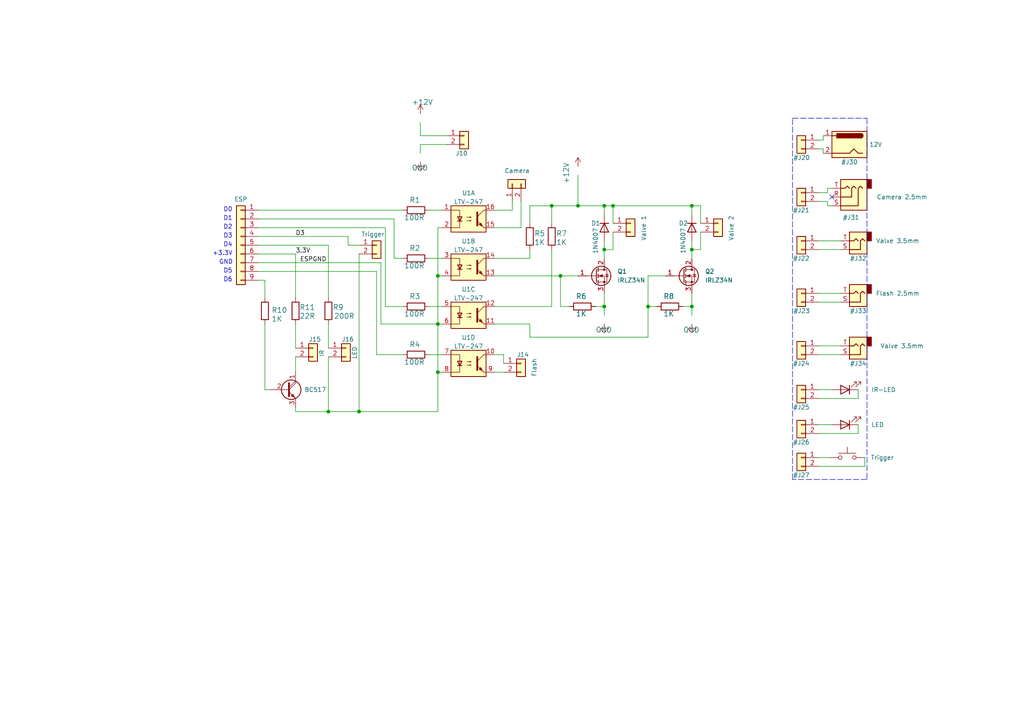
<source format=kicad_sch>
(kicad_sch (version 20211123) (generator eeschema)
  (paper "A4")
  (title_block (title "Camera Trigger") (company "@grumpydevelop@contentnation.net"))
  (lib_symbols
    (symbol "Connector:AudioJack2"
      (property "Reference" "J" (at 0 8.89 0))
      (property "Value" "AudioJack2" (at 0 6.35 0))
      (symbol "AudioJack2_0_1"
        (rectangle (start -3.81 0) (end -2.54 -2.54) (stroke (width 0.254)) (fill (type outline)))
        (rectangle (start -2.54 3.81) (end 2.54 -2.54) (stroke (width 0.254)) (fill (type background)))
        (polyline (pts (xy 0 0) (xy 0.635 -0.635) (xy 1.27 0) (xy 2.54 0)) (stroke (width 0.254)))
        (polyline (pts (xy 2.54 2.54) (xy -0.635 2.54) (xy -0.635 0) (xy -1.27 -0.635) (xy -1.905 0)) (stroke (width 0.254)))
      )
      (symbol "AudioJack2_1_1"
        (pin passive line (at 5.08 2.54 180) (length 2.54) (name "~") (number "S"))
        (pin passive line (at 5.08 0 180) (length 2.54) (name "~") (number "T"))
      )
    )
    (symbol "Connector:AudioJack3"
      (property "Reference" "J" (at 0 8.89 0))
      (property "Value" "AudioJack3" (at 0 6.35 0))
      (symbol "AudioJack3_0_1"
        (rectangle (start -5.08 -5.08) (end -6.35 -2.54) (stroke (width 0.254)) (fill (type outline)))
        (polyline (pts (xy 0 -2.54) (xy 0.635 -3.175) (xy 1.27 -2.54) (xy 2.54 -2.54)) (stroke (width 0.254)))
        (polyline (pts (xy -1.905 -2.54) (xy -1.27 -3.175) (xy -0.635 -2.54) (xy -0.635 0) (xy 2.54 0)) (stroke (width 0.254)))
        (polyline (pts (xy 2.54 2.54) (xy -2.54 2.54) (xy -2.54 -2.54) (xy -3.175 -3.175) (xy -3.81 -2.54)) (stroke (width 0.254)))
        (rectangle (start 2.54 3.81) (end -5.08 -5.08) (stroke (width 0.254)) (fill (type background)))
      )
      (symbol "AudioJack3_1_1"
        (pin passive line (at 5.08 0 180) (length 2.54) (name "~") (number "R"))
        (pin passive line (at 5.08 2.54 180) (length 2.54) (name "~") (number "S"))
        (pin passive line (at 5.08 -2.54 180) (length 2.54) (name "~") (number "T"))
      )
    )
    (symbol "Connector:Barrel_Jack" (pin_names (offset 1.016))
      (property "Reference" "J" (at 0 5.334 0))
      (property "Value" "Barrel_Jack" (at 0 -5.08 0))
      (symbol "Barrel_Jack_0_1"
        (rectangle (start -5.08 3.81) (end 5.08 -3.81) (stroke (width 0.254)) (fill (type background)))
        (arc (start -3.302 3.175) (mid -3.937 2.54) (end -3.302 1.905) (stroke (width 0.254)))
        (arc (start -3.302 3.175) (mid -3.937 2.54) (end -3.302 1.905) (stroke (width 0.254)) (fill (type outline)))
        (polyline (pts (xy 5.08 2.54) (xy 3.81 2.54)) (stroke (width 0.254)))
        (polyline (pts (xy -3.81 -2.54) (xy -2.54 -2.54) (xy -1.27 -1.27) (xy 0 -2.54) (xy 2.54 -2.54) (xy 5.08 -2.54)) (stroke (width 0.254)))
        (rectangle (start 3.683 3.175) (end -3.302 1.905) (stroke (width 0.254)) (fill (type outline)))
      )
      (symbol "Barrel_Jack_1_1"
        (pin passive line (at 7.62 2.54 180) (length 2.54) (name "~") (number "1"))
        (pin passive line (at 7.62 -2.54 180) (length 2.54) (name "~") (number "2"))
      )
    )
    (symbol "Connector_Generic:Conn_01x02" (pin_names (offset 1.016) hide)
      (property "Reference" "J" (at 0 2.54 0))
      (property "Value" "Conn_01x02" (at 0 -5.08 0))
      (symbol "Conn_01x02_1_1"
        (rectangle (start -1.27 -2.413) (end 0 -2.667) (stroke (width 0.1524)))
        (rectangle (start -1.27 0.127) (end 0 -0.127) (stroke (width 0.1524)))
        (rectangle (start -1.27 1.27) (end 1.27 -3.81) (stroke (width 0.254)) (fill (type background)))
        (pin passive line (at -5.08 0 0) (length 3.81) (name "Pin_1") (number "1"))
        (pin passive line (at -5.08 -2.54 0) (length 3.81) (name "Pin_2") (number "2"))
      )
    )
    (symbol "Connector_Generic:Conn_01x09" (pin_names (offset 1.016) hide)
      (property "Reference" "J" (at 0 12.7 0))
      (property "Value" "Conn_01x09" (at 0 -12.7 0))
      (symbol "Conn_01x09_1_1"
        (rectangle (start -1.27 -10.033) (end 0 -10.287) (stroke (width 0.1524)))
        (rectangle (start -1.27 -7.493) (end 0 -7.747) (stroke (width 0.1524)))
        (rectangle (start -1.27 -4.953) (end 0 -5.207) (stroke (width 0.1524)))
        (rectangle (start -1.27 -2.413) (end 0 -2.667) (stroke (width 0.1524)))
        (rectangle (start -1.27 0.127) (end 0 -0.127) (stroke (width 0.1524)))
        (rectangle (start -1.27 2.667) (end 0 2.413) (stroke (width 0.1524)))
        (rectangle (start -1.27 5.207) (end 0 4.953) (stroke (width 0.1524)))
        (rectangle (start -1.27 7.747) (end 0 7.493) (stroke (width 0.1524)))
        (rectangle (start -1.27 10.287) (end 0 10.033) (stroke (width 0.1524)))
        (rectangle (start -1.27 11.43) (end 1.27 -11.43) (stroke (width 0.254)) (fill (type background)))
        (pin passive line (at -5.08 10.16 0) (length 3.81) (name "Pin_1") (number "1"))
        (pin passive line (at -5.08 7.62 0) (length 3.81) (name "Pin_2") (number "2"))
        (pin passive line (at -5.08 5.08 0) (length 3.81) (name "Pin_3") (number "3"))
        (pin passive line (at -5.08 2.54 0) (length 3.81) (name "Pin_4") (number "4"))
        (pin passive line (at -5.08 0 0) (length 3.81) (name "Pin_5") (number "5"))
        (pin passive line (at -5.08 -2.54 0) (length 3.81) (name "Pin_6") (number "6"))
        (pin passive line (at -5.08 -5.08 0) (length 3.81) (name "Pin_7") (number "7"))
        (pin passive line (at -5.08 -7.62 0) (length 3.81) (name "Pin_8") (number "8"))
        (pin passive line (at -5.08 -10.16 0) (length 3.81) (name "Pin_9") (number "9"))
      )
    )
    (symbol "Device:LED" (pin_numbers hide) (pin_names (offset 1.016) hide)
      (property "Reference" "D" (at 0 2.54 0))
      (property "Value" "LED" (at 0 -2.54 0))
      (symbol "LED_0_1"
        (polyline (pts (xy -1.27 -1.27) (xy -1.27 1.27)) (stroke (width 0.254)))
        (polyline (pts (xy -1.27 0) (xy 1.27 0)))
        (polyline (pts (xy 1.27 -1.27) (xy 1.27 1.27) (xy -1.27 0) (xy 1.27 -1.27)) (stroke (width 0.254)))
        (polyline (pts (xy -3.048 -0.762) (xy -4.572 -2.286) (xy -3.81 -2.286) (xy -4.572 -2.286) (xy -4.572 -1.524)))
        (polyline (pts (xy -1.778 -0.762) (xy -3.302 -2.286) (xy -2.54 -2.286) (xy -3.302 -2.286) (xy -3.302 -1.524)))
      )
      (symbol "LED_1_1"
        (pin passive line (at -3.81 0 0) (length 2.54) (name "K") (number "1"))
        (pin passive line (at 3.81 0 180) (length 2.54) (name "A") (number "2"))
      )
    )
    (symbol "Device:R" (pin_numbers hide) (pin_names (offset 0))
      (property "Reference" "R" (at 2.032 0 90))
      (property "Value" "R" (at 0 0 90))
      (symbol "R_0_1"
        (rectangle (start -1.016 -2.54) (end 1.016 2.54) (stroke (width 0.254)))
      )
      (symbol "R_1_1"
        (pin passive line (at 0 3.81 270) (length 1.27) (name "~") (number "1"))
        (pin passive line (at 0 -3.81 90) (length 1.27) (name "~") (number "2"))
      )
    )
    (symbol "Diode:1N4001" (pin_numbers hide) (pin_names hide)
      (property "Reference" "D" (at 0 2.54 0))
      (property "Value" "1N4001" (at 0 -2.54 0))
      (symbol "1N4001_0_1"
        (polyline (pts (xy -1.27 1.27) (xy -1.27 -1.27)) (stroke (width 0.254)))
        (polyline (pts (xy 1.27 0) (xy -1.27 0)))
        (polyline (pts (xy 1.27 1.27) (xy 1.27 -1.27) (xy -1.27 0) (xy 1.27 1.27)) (stroke (width 0.254)))
      )
      (symbol "1N4001_1_1"
        (pin passive line (at -3.81 0 0) (length 2.54) (name "K") (number "1"))
        (pin passive line (at 3.81 0 180) (length 2.54) (name "A") (number "2"))
      )
    )
    (symbol "Isolator:LTV-247"
      (property "Reference" "U" (at -5.08 5.08 0))
      (property "Value" "LTV-247" (at 0 5.08 0))
      (symbol "LTV-247_0_1"
        (rectangle (start -5.08 3.81) (end 5.08 -3.81) (stroke (width 0.254)) (fill (type background)))
        (polyline (pts (xy -3.175 -0.635) (xy -1.905 -0.635)) (stroke (width 0.254)))
        (polyline (pts (xy 2.54 0.635) (xy 4.445 2.54)))
        (polyline (pts (xy 4.445 -2.54) (xy 2.54 -0.635)) (fill (type outline)))
        (polyline (pts (xy 4.445 -2.54) (xy 5.08 -2.54)))
        (polyline (pts (xy 4.445 2.54) (xy 5.08 2.54)))
        (polyline (pts (xy -2.54 -0.635) (xy -2.54 -2.54) (xy -5.08 -2.54)))
        (polyline (pts (xy 2.54 1.905) (xy 2.54 -1.905) (xy 2.54 -1.905)) (stroke (width 0.508)))
        (polyline (pts (xy -5.08 2.54) (xy -2.54 2.54) (xy -2.54 -1.27) (xy -2.54 0.635)))
        (polyline (pts (xy -2.54 -0.635) (xy -3.175 0.635) (xy -1.905 0.635) (xy -2.54 -0.635)) (stroke (width 0.254)))
        (polyline (pts (xy -0.508 -0.508) (xy 0.762 -0.508) (xy 0.381 -0.635) (xy 0.381 -0.381) (xy 0.762 -0.508)))
        (polyline (pts (xy -0.508 0.508) (xy 0.762 0.508) (xy 0.381 0.381) (xy 0.381 0.635) (xy 0.762 0.508)))
        (polyline (pts (xy 3.048 -1.651) (xy 3.556 -1.143) (xy 4.064 -2.159) (xy 3.048 -1.651) (xy 3.048 -1.651)) (fill (type outline)))
      )
      (symbol "LTV-247_1_1"
        (pin passive line (at -7.62 2.54 0) (length 2.54) (name "~") (number "1"))
        (pin passive line (at 7.62 -2.54 180) (length 2.54) (name "~") (number "15"))
        (pin passive line (at 7.62 2.54 180) (length 2.54) (name "~") (number "16"))
        (pin passive line (at -7.62 -2.54 0) (length 2.54) (name "~") (number "2"))
      )
      (symbol "LTV-247_2_1"
        (pin passive line (at 7.62 -2.54 180) (length 2.54) (name "~") (number "13"))
        (pin passive line (at 7.62 2.54 180) (length 2.54) (name "~") (number "14"))
        (pin passive line (at -7.62 2.54 0) (length 2.54) (name "~") (number "3"))
        (pin passive line (at -7.62 -2.54 0) (length 2.54) (name "~") (number "4"))
      )
      (symbol "LTV-247_3_1"
        (pin passive line (at 7.62 -2.54 180) (length 2.54) (name "~") (number "11"))
        (pin passive line (at 7.62 2.54 180) (length 2.54) (name "~") (number "12"))
        (pin passive line (at -7.62 2.54 0) (length 2.54) (name "~") (number "5"))
        (pin passive line (at -7.62 -2.54 0) (length 2.54) (name "~") (number "6"))
      )
      (symbol "LTV-247_4_1"
        (pin passive line (at 7.62 2.54 180) (length 2.54) (name "~") (number "10"))
        (pin passive line (at -7.62 2.54 0) (length 2.54) (name "~") (number "7"))
        (pin passive line (at -7.62 -2.54 0) (length 2.54) (name "~") (number "8"))
        (pin passive line (at 7.62 -2.54 180) (length 2.54) (name "~") (number "9"))
      )
    )
    (symbol "Switch:SW_Push" (pin_numbers hide) (pin_names (offset 1.016) hide)
      (property "Reference" "SW" (at 1.27 2.54 0))
      (property "Value" "SW_Push" (at 0 -1.524 0))
      (symbol "SW_Push_0_1"
        (circle (center -2.032 0) (radius 0.508))
        (polyline (pts (xy 0 1.27) (xy 0 3.048)))
        (polyline (pts (xy 2.54 1.27) (xy -2.54 1.27)))
        (circle (center 2.032 0) (radius 0.508))
        (pin passive line (at -5.08 0 0) (length 2.54) (name "1") (number "1"))
        (pin passive line (at 5.08 0 180) (length 2.54) (name "2") (number "2"))
      )
    )
    (symbol "Transistor_BJT:BC517" (pin_names (offset 0) hide)
      (property "Reference" "Q" (at 5.08 1.905 0))
      (property "Value" "BC517" (at 5.08 0 0))
      (symbol "BC517_0_1"
        (polyline (pts (xy 0.635 0.635) (xy 2.54 2.54)))
        (polyline (pts (xy 0.635 -0.635) (xy 2.54 -2.54) (xy 2.54 -2.54)))
        (polyline (pts (xy 0.635 0) (xy 2.54 1.905) (xy 2.54 2.54)))
        (polyline (pts (xy 0.635 1.905) (xy 0.635 -1.905) (xy 0.635 -1.905)) (stroke (width 0.508)))
        (polyline (pts (xy 1.27 -1.778) (xy 1.778 -1.27) (xy 2.286 -2.286) (xy 1.27 -1.778) (xy 1.27 -1.778)) (fill (type outline)))
        (circle (center 1.27 0) (radius 2.8194) (stroke (width 0.254)))
      )
      (symbol "BC517_1_1"
        (pin passive line (at 2.54 5.08 270) (length 2.54) (name "C") (number "1"))
        (pin input line (at -5.08 0 0) (length 5.715) (name "B") (number "2"))
        (pin passive line (at 2.54 -5.08 90) (length 2.54) (name "E") (number "3"))
      )
    )
    (symbol "Transistor_FET:IRLZ34N" (pin_names hide)
      (property "Reference" "Q" (at 6.35 1.905 0))
      (property "Value" "IRLZ34N" (at 6.35 0 0))
      (symbol "IRLZ34N_0_1"
        (polyline (pts (xy 0.254 0) (xy -2.54 0)))
        (polyline (pts (xy 0.254 1.905) (xy 0.254 -1.905)) (stroke (width 0.254)))
        (polyline (pts (xy 0.762 -1.27) (xy 0.762 -2.286)) (stroke (width 0.254)))
        (polyline (pts (xy 0.762 0.508) (xy 0.762 -0.508)) (stroke (width 0.254)))
        (polyline (pts (xy 0.762 2.286) (xy 0.762 1.27)) (stroke (width 0.254)))
        (polyline (pts (xy 2.54 2.54) (xy 2.54 1.778)))
        (polyline (pts (xy 2.54 -2.54) (xy 2.54 0) (xy 0.762 0)))
        (polyline (pts (xy 0.762 -1.778) (xy 3.302 -1.778) (xy 3.302 1.778) (xy 0.762 1.778)))
        (polyline (pts (xy 1.016 0) (xy 2.032 0.381) (xy 2.032 -0.381) (xy 1.016 0)) (fill (type outline)))
        (polyline (pts (xy 2.794 0.508) (xy 2.921 0.381) (xy 3.683 0.381) (xy 3.81 0.254)))
        (polyline (pts (xy 3.302 0.381) (xy 2.921 -0.254) (xy 3.683 -0.254) (xy 3.302 0.381)))
        (circle (center 1.651 0) (radius 2.794) (stroke (width 0.254)))
        (circle (center 2.54 -1.778) (radius 0.254) (fill (type outline)))
        (circle (center 2.54 1.778) (radius 0.254) (fill (type outline)))
      )
      (symbol "IRLZ34N_1_1"
        (pin input line (at -5.08 0 0) (length 2.54) (name "G") (number "1"))
        (pin passive line (at 2.54 5.08 270) (length 2.54) (name "D") (number "2"))
        (pin passive line (at 2.54 -5.08 90) (length 2.54) (name "S") (number "3"))
      )
    )
    (symbol "power:+12V" (power) (pin_names (offset 0))
      (property "Value" "+12V" (at 0 3.556 0))
      (symbol "+12V_0_1"
        (polyline (pts (xy -0.762 1.27) (xy 0 2.54)))
        (polyline (pts (xy 0 0) (xy 0 2.54)))
        (polyline (pts (xy 0 2.54) (xy 0.762 1.27)))
      )
      (symbol "+12V_1_1"
        (pin power_in line (at 0 0 90) (length 0) hide (name "+12V") (number "1"))
      )
    )
    (symbol "power:GND" (power) (pin_names (offset 0))
      (property "Value" "GND" (at 0 -3.81 0))
      (symbol "GND_0_1"
        (polyline (pts (xy 0 0) (xy 0 -1.27) (xy 1.27 -1.27) (xy 0 -2.54) (xy -1.27 -1.27) (xy 0 -1.27)))
      )
      (symbol "GND_1_1"
        (pin power_in line (at 0 0 270) (length 0) hide (name "GND") (number "1"))
      )
    )
  )
  (junction (at 127 80.01))
  (junction (at 200.66 59.69))
  (junction (at 187.96 88.9))
  (junction (at 162.56 80.01))
  (junction (at 127 107.95))
  (junction (at 160.02 59.69))
  (junction (at 200.66 72.39))
  (junction (at 95.25 119.38))
  (junction (at 200.66 88.9))
  (junction (at 127 93.98))
  (junction (at 175.26 72.39))
  (junction (at 104.14 119.38))
  (junction (at 167.64 59.69))
  (junction (at 175.26 88.9))
  (junction (at 175.26 59.69))
  (junction (at 177.8 59.69))
  (no_connect (at 241.3 57.15))
  (wire (pts (xy 100.965 71.12) (xy 104.14 71.12)))
  (wire (pts (xy 114.3 74.93) (xy 116.84 74.93)))
  (polyline (pts (xy 251.46 34.29) (xy 251.46 139.065)))
  (wire (pts (xy 127 107.95) (xy 127 93.98)))
  (wire (pts (xy 200.66 88.9) (xy 198.12 88.9)))
  (wire (pts (xy 237.49 40.64) (xy 238.76 40.64)))
  (wire (pts (xy 240.03 55.88) (xy 240.03 54.61)))
  (wire (pts (xy 238.76 44.45) (xy 238.76 43.18)))
  (wire (pts (xy 143.51 60.96) (xy 148.59 60.96)))
  (wire (pts (xy 203.2 67.31) (xy 203.2 72.39)))
  (wire (pts (xy 129.54 41.91) (xy 121.92 41.91)))
  (wire (pts (xy 153.67 59.69) (xy 160.02 59.69)))
  (wire (pts (xy 237.49 115.57) (xy 248.92 115.57)))
  (wire (pts (xy 250.825 135.255) (xy 237.49 135.255)))
  (wire (pts (xy 187.96 80.01) (xy 193.04 80.01)))
  (wire (pts (xy 127 93.98) (xy 128.27 93.98)))
  (wire (pts (xy 237.49 100.33) (xy 243.84 100.33)))
  (wire (pts (xy 175.26 88.9) (xy 172.72 88.9)))
  (wire (pts (xy 177.8 67.31) (xy 177.8 72.39)))
  (wire (pts (xy 110.49 93.98) (xy 127 93.98)))
  (wire (pts (xy 124.46 74.93) (xy 128.27 74.93)))
  (wire (pts (xy 200.66 88.9) (xy 200.66 85.09)))
  (wire (pts (xy 148.59 60.96) (xy 148.59 58.42)))
  (wire (pts (xy 127 119.38) (xy 127 107.95)))
  (wire (pts (xy 200.66 72.39) (xy 200.66 74.93)))
  (wire (pts (xy 143.51 107.95) (xy 146.05 107.95)))
  (wire (pts (xy 177.8 59.69) (xy 177.8 64.77)))
  (wire (pts (xy 237.49 69.85) (xy 243.84 69.85)))
  (wire (pts (xy 146.05 105.41) (xy 146.05 102.87)))
  (wire (pts (xy 85.725 119.38) (xy 95.25 119.38)))
  (wire (pts (xy 238.76 40.64) (xy 238.76 39.37)))
  (wire (pts (xy 153.67 74.93) (xy 153.67 72.39)))
  (polyline (pts (xy 229.87 139.065) (xy 229.87 34.29)))
  (wire (pts (xy 237.49 102.87) (xy 243.84 102.87)))
  (wire (pts (xy 175.26 59.69) (xy 175.26 62.23)))
  (wire (pts (xy 203.2 59.69) (xy 203.2 64.77)))
  (wire (pts (xy 76.835 113.03) (xy 78.105 113.03)))
  (wire (pts (xy 248.92 125.73) (xy 237.49 125.73)))
  (polyline (pts (xy 229.87 34.29) (xy 251.46 34.29)))
  (wire (pts (xy 116.84 88.9) (xy 111.76 88.9)))
  (wire (pts (xy 177.8 59.69) (xy 200.66 59.69)))
  (wire (pts (xy 240.03 58.42) (xy 240.03 59.69)))
  (wire (pts (xy 187.96 88.9) (xy 190.5 88.9)))
  (wire (pts (xy 121.92 39.37) (xy 121.92 35.56)))
  (wire (pts (xy 74.93 78.74) (xy 109.22 78.74)))
  (wire (pts (xy 237.49 132.715) (xy 240.665 132.715)))
  (wire (pts (xy 237.49 123.19) (xy 241.3 123.19)))
  (wire (pts (xy 74.93 73.66) (xy 85.725 73.66)))
  (wire (pts (xy 175.26 88.9) (xy 175.26 91.44)))
  (polyline (pts (xy 251.46 139.065) (xy 229.87 139.065)))
  (wire (pts (xy 85.725 118.11) (xy 85.725 119.38)))
  (wire (pts (xy 85.725 73.66) (xy 85.725 86.36)))
  (wire (pts (xy 143.51 74.93) (xy 153.67 74.93)))
  (wire (pts (xy 74.93 63.5) (xy 114.3 63.5)))
  (wire (pts (xy 237.49 85.09) (xy 243.84 85.09)))
  (wire (pts (xy 121.92 39.37) (xy 129.54 39.37)))
  (wire (pts (xy 175.26 69.85) (xy 175.26 72.39)))
  (wire (pts (xy 127 93.98) (xy 127 80.01)))
  (wire (pts (xy 124.46 102.87) (xy 128.27 102.87)))
  (wire (pts (xy 127 80.01) (xy 128.27 80.01)))
  (wire (pts (xy 74.93 68.58) (xy 100.965 68.58)))
  (wire (pts (xy 237.49 87.63) (xy 243.84 87.63)))
  (wire (pts (xy 160.02 72.39) (xy 160.02 88.9)))
  (wire (pts (xy 162.56 88.9) (xy 162.56 80.01)))
  (wire (pts (xy 104.14 73.66) (xy 104.14 119.38)))
  (wire (pts (xy 146.05 102.87) (xy 143.51 102.87)))
  (wire (pts (xy 114.3 63.5) (xy 114.3 74.93)))
  (wire (pts (xy 240.03 54.61) (xy 241.3 54.61)))
  (wire (pts (xy 109.22 102.87) (xy 116.84 102.87)))
  (wire (pts (xy 187.96 97.79) (xy 187.96 88.9)))
  (wire (pts (xy 153.67 93.98) (xy 153.67 97.79)))
  (wire (pts (xy 187.96 88.9) (xy 187.96 80.01)))
  (wire (pts (xy 175.26 72.39) (xy 175.26 74.93)))
  (wire (pts (xy 250.825 132.715) (xy 250.825 135.255)))
  (wire (pts (xy 175.26 59.69) (xy 177.8 59.69)))
  (wire (pts (xy 111.76 88.9) (xy 111.76 66.04)))
  (wire (pts (xy 127 80.01) (xy 127 66.04)))
  (wire (pts (xy 238.76 43.18) (xy 237.49 43.18)))
  (wire (pts (xy 143.51 93.98) (xy 153.67 93.98)))
  (wire (pts (xy 74.93 81.28) (xy 76.835 81.28)))
  (wire (pts (xy 203.2 72.39) (xy 200.66 72.39)))
  (wire (pts (xy 151.13 66.04) (xy 151.13 58.42)))
  (wire (pts (xy 143.51 80.01) (xy 162.56 80.01)))
  (wire (pts (xy 237.49 113.03) (xy 241.3 113.03)))
  (wire (pts (xy 203.2 59.69) (xy 200.66 59.69)))
  (wire (pts (xy 121.92 41.91) (xy 121.92 44.45)))
  (wire (pts (xy 95.25 103.505) (xy 95.25 119.38)))
  (wire (pts (xy 248.92 113.03) (xy 248.92 115.57)))
  (wire (pts (xy 85.725 93.98) (xy 85.725 100.965)))
  (wire (pts (xy 200.66 88.9) (xy 200.66 91.44)))
  (wire (pts (xy 76.835 93.98) (xy 76.835 113.03)))
  (wire (pts (xy 95.25 119.38) (xy 104.14 119.38)))
  (wire (pts (xy 124.46 60.96) (xy 128.27 60.96)))
  (wire (pts (xy 177.8 72.39) (xy 175.26 72.39)))
  (wire (pts (xy 110.49 93.98) (xy 110.49 76.2)))
  (wire (pts (xy 127 107.95) (xy 128.27 107.95)))
  (wire (pts (xy 95.25 93.98) (xy 95.25 100.965)))
  (wire (pts (xy 124.46 88.9) (xy 128.27 88.9)))
  (wire (pts (xy 85.725 103.505) (xy 85.725 107.95)))
  (wire (pts (xy 74.93 71.12) (xy 95.25 71.12)))
  (wire (pts (xy 100.965 68.58) (xy 100.965 71.12)))
  (wire (pts (xy 167.64 50.8) (xy 167.64 59.69)))
  (wire (pts (xy 160.02 59.69) (xy 160.02 64.77)))
  (wire (pts (xy 74.93 76.2) (xy 110.49 76.2)))
  (wire (pts (xy 74.93 60.96) (xy 116.84 60.96)))
  (wire (pts (xy 237.49 58.42) (xy 240.03 58.42)))
  (wire (pts (xy 111.76 66.04) (xy 74.93 66.04)))
  (wire (pts (xy 162.56 88.9) (xy 165.1 88.9)))
  (wire (pts (xy 95.25 71.12) (xy 95.25 86.36)))
  (wire (pts (xy 153.67 97.79) (xy 187.96 97.79)))
  (wire (pts (xy 162.56 80.01) (xy 167.64 80.01)))
  (wire (pts (xy 153.67 59.69) (xy 153.67 64.77)))
  (wire (pts (xy 237.49 55.88) (xy 240.03 55.88)))
  (wire (pts (xy 160.02 59.69) (xy 167.64 59.69)))
  (wire (pts (xy 175.26 59.69) (xy 167.64 59.69)))
  (wire (pts (xy 104.14 119.38) (xy 127 119.38)))
  (wire (pts (xy 200.66 59.69) (xy 200.66 62.23)))
  (wire (pts (xy 240.03 59.69) (xy 241.3 59.69)))
  (wire (pts (xy 248.92 123.19) (xy 248.92 125.73)))
  (wire (pts (xy 175.26 88.9) (xy 175.26 85.09)))
  (wire (pts (xy 109.22 78.74) (xy 109.22 102.87)))
  (wire (pts (xy 143.51 66.04) (xy 151.13 66.04)))
  (wire (pts (xy 127 66.04) (xy 128.27 66.04)))
  (wire (pts (xy 200.66 69.85) (xy 200.66 72.39)))
  (wire (pts (xy 76.835 81.28) (xy 76.835 86.36)))
  (wire (pts (xy 237.49 72.39) (xy 243.84 72.39)))
  (wire (pts (xy 160.02 88.9) (xy 143.51 88.9)))
  (text "D5" (at 64.77 79.375 0) (effects (font (size 1.27 1.27)) (justify left bottom)))
  (text "D2" (at 64.77 66.675 0) (effects (font (size 1.27 1.27)) (justify left bottom)))
  (text "D0" (at 64.77 61.595 0) (effects (font (size 1.27 1.27)) (justify left bottom)))
  (text "D4" (at 64.77 71.755 0) (effects (font (size 1.27 1.27)) (justify left bottom)))
  (text "D6" (at 64.77 81.915 0) (effects (font (size 1.27 1.27)) (justify left bottom)))
  (text "+3.3V" (at 61.595 74.295 0) (effects (font (size 1.27 1.27)) (justify left bottom)))
  (text "D3" (at 64.77 69.215 0) (effects (font (size 1.27 1.27)) (justify left bottom)))
  (text "GND" (at 63.5 76.835 0) (effects (font (size 1.27 1.27)) (justify left bottom)))
  (text "D1" (at 64.77 64.135 0) (effects (font (size 1.27 1.27)) (justify left bottom)))
  (label "ESPGND" (at 86.995 76.2 0))
  (label "D3" (at 85.725 68.58 0))
  (label "3.3V" (at 85.725 73.66 0))
  (symbol (lib_id "Connector:AudioJack3") (at 246.38 57.15 180) (unit 1)
    (property "Reference" "#J31" (at 246.8372 63.0682 0))
    (property "Value" "Camera 2.5mm" (at 261.62 57.15 0))
  )
  (symbol (lib_id "Connector:AudioJack2") (at 248.92 85.09 180) (unit 1)
    (property "Reference" "#J33" (at 248.92 90.17 0))
    (property "Value" "Flash 2.5mm" (at 260.35 85.09 0))
  )
  (symbol (lib_id "Connector:Barrel_Jack") (at 246.38 41.91 0) (mirror y) (unit 1)
    (property "Reference" "#J30" (at 246.38 46.99 0))
    (property "Value" "12V" (at 254 41.91 0))
    (property "Footprint" "Connector_PinHeader_2.54mm:PinHeader_1x02_P2.54mm_Vertical" (effects hide))
  )
  (symbol (lib_id "Connector:AudioJack2") (at 248.92 69.85 180) (unit 1)
    (property "Reference" "#J32" (at 248.92 74.93 0))
    (property "Value" "Valve 3.5mm" (at 260.35 69.85 0))
  )
  (symbol (lib_id "Connector:AudioJack2") (at 248.92 100.33 180) (unit 1)
    (property "Reference" "#J34" (at 248.92 105.41 0))
    (property "Value" "Valve 3.5mm" (at 261.62 100.33 0))
  )
  (symbol (lib_id "Connector_Generic:Conn_01x02") (at 232.41 69.85 0) (mirror y) (unit 1)
    (property "Reference" "#J22" (at 232.41 74.93 0))
    (property "Value" "Valve 1" (effects hide))
    (property "Footprint" "Connector_PinHeader_2.54mm:PinHeader_1x02_P2.54mm_Vertical" (effects hide))
  )
  (symbol (lib_id "Connector_Generic:Conn_01x02") (at 232.41 100.33 0) (mirror y) (unit 1)
    (property "Reference" "#J24" (at 232.41 105.41 0))
    (property "Value" "Valve 2" (effects hide))
    (property "Footprint" "Connector_PinHeader_2.54mm:PinHeader_1x02_P2.54mm_Vertical" (effects hide))
  )
  (symbol (lib_id "Connector_Generic:Conn_01x02") (at 232.41 85.09 0) (mirror y) (unit 1)
    (property "Reference" "#J23" (at 234.95 90.17 0) (effects (justify left)))
    (property "Value" "Flash" (effects hide))
    (property "Footprint" "Connector_PinHeader_2.54mm:PinHeader_1x02_P2.54mm_Vertical" (effects hide))
  )
  (symbol (lib_id "Connector_Generic:Conn_01x02") (at 232.41 40.64 0) (mirror y) (unit 1)
    (property "Reference" "#J20" (at 234.95 45.72 0) (effects (justify left)))
    (property "Value" "Flash" (effects hide))
    (property "Footprint" "Connector_PinHeader_2.54mm:PinHeader_1x02_P2.54mm_Vertical" (effects hide))
  )
  (symbol (lib_id "Connector_Generic:Conn_01x02") (at 232.41 55.88 0) (mirror y) (unit 1)
    (property "Reference" "#J21" (at 232.41 60.96 0))
    (property "Value" "Camera" (effects hide))
    (property "Footprint" "Connector_PinHeader_2.54mm:PinHeader_1x02_P2.54mm_Vertical" (effects hide))
  )
  (symbol (lib_id "Device:R") (at 120.65 74.93 90) (unit 1)
    (property "Reference" "R2" (at 121.92 71.12 90) (effects (font (size 1.4986 1.4986)) (justify left bottom)))
    (property "Value" "100R" (at 123.19 76.2 90) (effects (font (size 1.4986 1.4986)) (justify left bottom)))
    (property "Footprint" "Resistor_THT:R_Axial_DIN0204_L3.6mm_D1.6mm_P7.62mm_Horizontal" (effects hide))
  )
  (symbol (lib_id "Device:R") (at 168.91 88.9 90) (unit 1)
    (property "Reference" "R6" (at 170.18 85.09 90) (effects (font (size 1.4986 1.4986)) (justify left bottom)))
    (property "Value" "1K" (at 170.18 90.17 90) (effects (font (size 1.4986 1.4986)) (justify left bottom)))
    (property "Footprint" "Resistor_THT:R_Axial_DIN0204_L3.6mm_D1.6mm_P7.62mm_Horizontal" (effects hide))
  )
  (symbol (lib_id "power:+12V") (at 121.92 33.02 0) (unit 1)
    (property "Reference" "#P+0101" (effects hide))
    (property "Value" "+12V" (at 119.38 30.48 0) (effects (font (size 1.4986 1.4986)) (justify left bottom)))
  )
  (symbol (lib_id "power:+12V") (at 167.64 48.26 0) (unit 1)
    (property "Reference" "#P+0102" (effects hide))
    (property "Value" "+12V" (at 165.1 53.34 90) (effects (font (size 1.4986 1.4986)) (justify left bottom)))
  )
  (symbol (lib_id "power:GND") (at 121.92 46.99 0) (unit 1)
    (property "Reference" "#GND0101" (effects hide))
    (property "Value" "GND" (at 119.38 49.53 0) (effects (font (size 1.4986 1.4986)) (justify left bottom)))
  )
  (symbol (lib_id "Device:R") (at 120.65 60.96 90) (unit 1)
    (property "Reference" "R1" (at 121.92 57.15 90) (effects (font (size 1.4986 1.4986)) (justify left bottom)))
    (property "Value" "100R" (at 123.19 62.23 90) (effects (font (size 1.4986 1.4986)) (justify left bottom)))
    (property "Footprint" "Resistor_THT:R_Axial_DIN0204_L3.6mm_D1.6mm_P7.62mm_Horizontal" (effects hide))
  )
  (symbol (lib_id "Device:R") (at 153.67 68.58 0) (unit 1)
    (property "Reference" "R5" (at 154.94 68.58 0) (effects (font (size 1.4986 1.4986)) (justify left bottom)))
    (property "Value" "1K" (at 154.94 71.12 0) (effects (font (size 1.4986 1.4986)) (justify left bottom)))
    (property "Footprint" "Resistor_THT:R_Axial_DIN0204_L3.6mm_D1.6mm_P7.62mm_Horizontal" (effects hide))
  )
  (symbol (lib_id "power:GND") (at 175.26 93.98 0) (unit 1)
    (property "Reference" "#GND0107" (effects hide))
    (property "Value" "GND" (at 172.72 96.52 0) (effects (font (size 1.4986 1.4986)) (justify left bottom)))
  )
  (symbol (lib_id "Diode:1N4001") (at 175.26 66.04 270) (unit 1)
    (property "Reference" "D1" (at 171.45 64.77 90) (effects (justify left)))
    (property "Value" "1N4007" (at 172.72 66.04 0) (effects (justify left)))
    (property "Footprint" "Diode_THT:D_DO-41_SOD81_P10.16mm_Horizontal" (effects hide))
    (property "Datasheet" "http://www.vishay.com/docs/88503/1n4001.pdf" (effects hide))
  )
  (symbol (lib_id "Connector_Generic:Conn_01x02") (at 148.59 53.34 90) (unit 1)
    (property "Reference" "J11" (effects hide))
    (property "Value" "Camera" (at 153.67 49.53 90) (effects (justify left)))
    (property "Footprint" "Connector_PinHeader_2.54mm:PinHeader_1x02_P2.54mm_Vertical" (effects hide))
  )
  (symbol (lib_id "Connector_Generic:Conn_01x02") (at 182.88 64.77 0) (unit 1)
    (property "Reference" "J12" (effects hide))
    (property "Value" "Valve 1" (at 186.69 69.85 90) (effects (justify left)))
    (property "Footprint" "Connector_PinHeader_2.54mm:PinHeader_1x02_P2.54mm_Vertical" (effects hide))
  )
  (symbol (lib_id "Connector_Generic:Conn_01x02") (at 134.62 39.37 0) (unit 1)
    (property "Reference" "J10" (at 132.08 44.45 0) (effects (justify left)))
    (property "Value" "12V" (effects hide))
    (property "Footprint" "Connector_PinHeader_2.54mm:PinHeader_1x02_P2.54mm_Vertical" (effects hide))
  )
  (symbol (lib_id "Device:R") (at 76.835 90.17 0) (unit 1)
    (property "Reference" "R10" (at 78.74 90.805 0) (effects (font (size 1.4986 1.4986)) (justify left bottom)))
    (property "Value" "1K" (at 78.74 93.345 0) (effects (font (size 1.4986 1.4986)) (justify left bottom)))
    (property "Footprint" "Resistor_THT:R_Axial_DIN0204_L3.6mm_D1.6mm_P7.62mm_Horizontal" (effects hide))
  )
  (symbol (lib_id "Device:R") (at 85.725 90.17 180) (unit 1)
    (property "Reference" "R11" (at 91.44 88.265 0) (effects (font (size 1.4986 1.4986)) (justify left bottom)))
    (property "Value" "22R" (at 91.44 90.805 0) (effects (font (size 1.4986 1.4986)) (justify left bottom)))
    (property "Footprint" "Resistor_THT:R_Axial_DIN0204_L3.6mm_D1.6mm_P7.62mm_Horizontal" (effects hide))
  )
  (symbol (lib_id "Connector_Generic:Conn_01x02") (at 208.28 64.77 0) (unit 1)
    (property "Reference" "J13" (effects hide))
    (property "Value" "Valve 2" (at 212.09 69.85 90) (effects (justify left)))
    (property "Footprint" "Connector_PinHeader_2.54mm:PinHeader_1x02_P2.54mm_Vertical" (effects hide))
  )
  (symbol (lib_id "Connector_Generic:Conn_01x02") (at 232.41 123.19 0) (mirror y) (unit 1)
    (property "Reference" "#J26" (at 232.41 128.27 0))
    (property "Value" "Valve 2" (effects hide))
    (property "Footprint" "Connector_PinHeader_2.54mm:PinHeader_1x02_P2.54mm_Vertical" (effects hide))
  )
  (symbol (lib_id "Connector_Generic:Conn_01x02") (at 232.41 132.715 0) (mirror y) (unit 1)
    (property "Reference" "#J27" (at 232.41 137.795 0))
    (property "Value" "Valve 2" (effects hide))
    (property "Footprint" "Connector_PinHeader_2.54mm:PinHeader_1x02_P2.54mm_Vertical" (effects hide))
  )
  (symbol (lib_id "Device:R") (at 120.65 102.87 90) (unit 1)
    (property "Reference" "R4" (at 121.92 99.06 90) (effects (font (size 1.4986 1.4986)) (justify left bottom)))
    (property "Value" "100R" (at 123.19 104.14 90) (effects (font (size 1.4986 1.4986)) (justify left bottom)))
    (property "Footprint" "Resistor_THT:R_Axial_DIN0204_L3.6mm_D1.6mm_P7.62mm_Horizontal" (effects hide))
  )
  (symbol (lib_id "Transistor_FET:IRLZ34N") (at 198.12 80.01 0) (unit 1)
    (property "Reference" "Q2" (at 204.47 78.7399 0) (effects (justify left)))
    (property "Value" "IRLZ34N" (at 204.47 81.2799 0) (effects (justify left)))
    (property "Footprint" "Package_TO_SOT_THT:TO-220-3_Vertical" (effects hide))
    (property "Datasheet" "http://www.infineon.com/dgdl/irlz34npbf.pdf?fileId=5546d462533600a40153567206892720" (effects hide))
  )
  (symbol (lib_id "Connector_Generic:Conn_01x09") (at 69.85 71.12 0) (mirror y) (unit 1)
    (property "Reference" "J1" (effects hide))
    (property "Value" "ESP" (at 69.85 57.785 0))
    (property "Footprint" "Connector_PinSocket_2.54mm:PinSocket_1x09_P2.54mm_Vertical" (effects hide))
  )
  (symbol (lib_id "Transistor_BJT:BC517") (at 83.185 113.03 0) (unit 1)
    (property "Reference" "Q3" (effects hide))
    (property "Value" "BC517" (at 88.265 113.0299 0) (effects (justify left)))
    (property "Footprint" "Package_TO_SOT_THT:TO-92_Inline" (effects hide))
    (property "Datasheet" "https://www.onsemi.com/pub/Collateral/BC517-D74Z-D.PDF" (effects hide))
  )
  (symbol (lib_id "Transistor_FET:IRLZ34N") (at 172.72 80.01 0) (unit 1)
    (property "Reference" "Q1" (at 179.07 78.7399 0) (effects (justify left)))
    (property "Value" "IRLZ34N" (at 179.07 81.2799 0) (effects (justify left)))
    (property "Footprint" "Package_TO_SOT_THT:TO-220-3_Vertical" (effects hide))
    (property "Datasheet" "http://www.infineon.com/dgdl/irlz34npbf.pdf?fileId=5546d462533600a40153567206892720" (effects hide))
  )
  (symbol (lib_id "Connector_Generic:Conn_01x02") (at 100.33 100.965 0) (unit 1)
    (property "Reference" "J16" (at 99.06 98.425 0) (effects (justify left)))
    (property "Value" "LED" (at 102.87 104.14 90) (effects (justify left)))
    (property "Footprint" "Connector_PinHeader_2.54mm:PinHeader_1x02_P2.54mm_Vertical" (effects hide))
  )
  (symbol (lib_id "Isolator:LTV-247") (at 135.89 63.5 0) (unit 1)
    (property "Reference" "U1" (at 135.89 55.9902 0))
    (property "Value" "LTV-247" (at 135.89 58.5271 0))
    (property "Footprint" "Package_SO:SOP-16_4.4x10.4mm_P1.27mm" (effects hide))
    (property "Datasheet" "http://optoelectronics.liteon.com/upload/download/DS70-2009-0014/LTV-2X7%20sereis%20Mar17.PDF" (effects hide))
  )
  (symbol (lib_id "Device:R") (at 95.25 90.17 180) (unit 1)
    (property "Reference" "R9" (at 99.695 88.265 0) (effects (font (size 1.4986 1.4986)) (justify left bottom)))
    (property "Value" "200R" (at 102.87 90.805 0) (effects (font (size 1.4986 1.4986)) (justify left bottom)))
    (property "Footprint" "Resistor_THT:R_Axial_DIN0204_L3.6mm_D1.6mm_P7.62mm_Horizontal" (effects hide))
  )
  (symbol (lib_id "Connector_Generic:Conn_01x02") (at 109.22 71.12 0) (unit 1)
    (property "Reference" "J17" (effects hide))
    (property "Value" "Trigger" (at 104.775 67.945 0) (effects (justify left)))
    (property "Footprint" "Connector_PinHeader_2.54mm:PinHeader_1x02_P2.54mm_Vertical" (effects hide))
  )
  (symbol (lib_id "Connector_Generic:Conn_01x02") (at 90.805 100.965 0) (unit 1)
    (property "Reference" "J15" (at 89.535 98.425 0) (effects (justify left)))
    (property "Value" "IR" (at 93.345 103.505 90) (effects (justify left)))
    (property "Footprint" "Connector_PinHeader_2.54mm:PinHeader_1x02_P2.54mm_Vertical" (effects hide))
  )
  (symbol (lib_id "Diode:1N4001") (at 200.66 66.04 270) (unit 1)
    (property "Reference" "D2" (at 196.85 64.77 90) (effects (justify left)))
    (property "Value" "1N4007" (at 198.12 66.04 0) (effects (justify left)))
    (property "Footprint" "Diode_THT:D_DO-41_SOD81_P10.16mm_Horizontal" (effects hide))
    (property "Datasheet" "http://www.vishay.com/docs/88503/1n4001.pdf" (effects hide))
  )
  (symbol (lib_id "Isolator:LTV-247") (at 135.89 91.44 0) (unit 3)
    (property "Reference" "U1" (at 135.89 83.9302 0))
    (property "Value" "LTV-247" (at 135.89 86.4671 0))
    (property "Footprint" "Package_SO:SOP-16_4.4x10.4mm_P1.27mm" (effects hide))
    (property "Datasheet" "http://optoelectronics.liteon.com/upload/download/DS70-2009-0014/LTV-2X7%20sereis%20Mar17.PDF" (effects hide))
  )
  (symbol (lib_id "Device:R") (at 120.65 88.9 90) (unit 1)
    (property "Reference" "R3" (at 121.92 85.09 90) (effects (font (size 1.4986 1.4986)) (justify left bottom)))
    (property "Value" "100R" (at 123.19 90.17 90) (effects (font (size 1.4986 1.4986)) (justify left bottom)))
    (property "Footprint" "Resistor_THT:R_Axial_DIN0204_L3.6mm_D1.6mm_P7.62mm_Horizontal" (effects hide))
  )
  (symbol (lib_id "power:GND") (at 200.66 93.98 0) (unit 1)
    (property "Reference" "#GND0102" (effects hide))
    (property "Value" "GND" (at 198.12 96.52 0) (effects (font (size 1.4986 1.4986)) (justify left bottom)))
  )
  (symbol (lib_id "Device:LED") (at 245.11 113.03 180) (unit 1) (in_bom no) (on_board no)
    (property "Reference" "D3" (effects hide))
    (property "Value" "IR-LED" (at 252.73 113.03 0) (effects (justify right)))
  )
  (symbol (lib_id "Connector_Generic:Conn_01x02") (at 232.41 113.03 0) (mirror y) (unit 1)
    (property "Reference" "#J25" (at 232.41 118.11 0))
    (property "Value" "Valve 2" (effects hide))
    (property "Footprint" "Connector_PinHeader_2.54mm:PinHeader_1x02_P2.54mm_Vertical" (effects hide))
  )
  (symbol (lib_id "Connector_Generic:Conn_01x02") (at 151.13 105.41 0) (unit 1)
    (property "Reference" "J14" (at 149.86 102.87 0) (effects (justify left)))
    (property "Value" "Flash" (at 154.94 109.22 90) (effects (justify left)))
    (property "Footprint" "Connector_PinHeader_2.54mm:PinHeader_1x02_P2.54mm_Vertical" (effects hide))
  )
  (symbol (lib_id "Device:LED") (at 245.11 123.19 180) (unit 1) (in_bom no) (on_board no)
    (property "Reference" "D4" (effects hide))
    (property "Value" "LED" (at 252.73 123.19 0) (effects (justify right)))
  )
  (symbol (lib_id "Switch:SW_Push") (at 245.745 132.715 0) (unit 1) (in_bom no) (on_board no)
    (property "Reference" "SW1" (effects hide))
    (property "Value" "Trigger" (at 255.905 132.715 0))
  )
  (symbol (lib_id "Isolator:LTV-247") (at 135.89 77.47 0) (unit 2)
    (property "Reference" "U1" (at 135.89 69.9602 0))
    (property "Value" "LTV-247" (at 135.89 72.4971 0))
    (property "Footprint" "Package_SO:SOP-16_4.4x10.4mm_P1.27mm" (effects hide))
    (property "Datasheet" "http://optoelectronics.liteon.com/upload/download/DS70-2009-0014/LTV-2X7%20sereis%20Mar17.PDF" (effects hide))
  )
  (symbol (lib_id "Device:R") (at 160.02 68.58 0) (unit 1)
    (property "Reference" "R7" (at 161.29 68.58 0) (effects (font (size 1.4986 1.4986)) (justify left bottom)))
    (property "Value" "1K" (at 161.29 71.12 0) (effects (font (size 1.4986 1.4986)) (justify left bottom)))
    (property "Footprint" "Resistor_THT:R_Axial_DIN0204_L3.6mm_D1.6mm_P7.62mm_Horizontal" (effects hide))
  )
  (symbol (lib_id "Device:R") (at 194.31 88.9 90) (unit 1)
    (property "Reference" "R8" (at 195.58 85.09 90) (effects (font (size 1.4986 1.4986)) (justify left bottom)))
    (property "Value" "1K" (at 195.58 90.17 90) (effects (font (size 1.4986 1.4986)) (justify left bottom)))
    (property "Footprint" "Resistor_THT:R_Axial_DIN0204_L3.6mm_D1.6mm_P7.62mm_Horizontal" (effects hide))
  )
  (symbol (lib_id "Isolator:LTV-247") (at 135.89 105.41 0) (unit 4)
    (property "Reference" "U1" (at 135.89 97.9002 0))
    (property "Value" "LTV-247" (at 135.89 100.4371 0))
    (property "Footprint" "Package_SO:SOP-16_4.4x10.4mm_P1.27mm" (effects hide))
    (property "Datasheet" "http://optoelectronics.liteon.com/upload/download/DS70-2009-0014/LTV-2X7%20sereis%20Mar17.PDF" (effects hide))
  )
)
</source>
